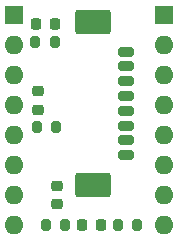
<source format=gbr>
%TF.GenerationSoftware,KiCad,Pcbnew,7.0.8*%
%TF.CreationDate,2023-12-24T03:51:33-08:00*%
%TF.ProjectId,STD Teknic Converter - R1,53544420-5465-46b6-9e69-6320436f6e76,rev?*%
%TF.SameCoordinates,Original*%
%TF.FileFunction,Soldermask,Top*%
%TF.FilePolarity,Negative*%
%FSLAX46Y46*%
G04 Gerber Fmt 4.6, Leading zero omitted, Abs format (unit mm)*
G04 Created by KiCad (PCBNEW 7.0.8) date 2023-12-24 03:51:33*
%MOMM*%
%LPD*%
G01*
G04 APERTURE LIST*
G04 Aperture macros list*
%AMRoundRect*
0 Rectangle with rounded corners*
0 $1 Rounding radius*
0 $2 $3 $4 $5 $6 $7 $8 $9 X,Y pos of 4 corners*
0 Add a 4 corners polygon primitive as box body*
4,1,4,$2,$3,$4,$5,$6,$7,$8,$9,$2,$3,0*
0 Add four circle primitives for the rounded corners*
1,1,$1+$1,$2,$3*
1,1,$1+$1,$4,$5*
1,1,$1+$1,$6,$7*
1,1,$1+$1,$8,$9*
0 Add four rect primitives between the rounded corners*
20,1,$1+$1,$2,$3,$4,$5,0*
20,1,$1+$1,$4,$5,$6,$7,0*
20,1,$1+$1,$6,$7,$8,$9,0*
20,1,$1+$1,$8,$9,$2,$3,0*%
G04 Aperture macros list end*
%ADD10R,1.600000X1.600000*%
%ADD11O,1.600000X1.600000*%
%ADD12RoundRect,0.218750X0.218750X0.256250X-0.218750X0.256250X-0.218750X-0.256250X0.218750X-0.256250X0*%
%ADD13RoundRect,0.200000X0.200000X0.275000X-0.200000X0.275000X-0.200000X-0.275000X0.200000X-0.275000X0*%
%ADD14RoundRect,0.218750X0.256250X-0.218750X0.256250X0.218750X-0.256250X0.218750X-0.256250X-0.218750X0*%
%ADD15RoundRect,0.200000X-0.200000X-0.275000X0.200000X-0.275000X0.200000X0.275000X-0.200000X0.275000X0*%
%ADD16RoundRect,0.250001X-1.249999X0.799999X-1.249999X-0.799999X1.249999X-0.799999X1.249999X0.799999X0*%
%ADD17RoundRect,0.200000X-0.450000X0.200000X-0.450000X-0.200000X0.450000X-0.200000X0.450000X0.200000X0*%
G04 APERTURE END LIST*
D10*
%TO.C,A1*%
X31880000Y140465000D03*
D11*
X31880000Y137925000D03*
X31880000Y135385000D03*
X31880000Y132845000D03*
X31880000Y130305000D03*
X31880000Y127765000D03*
X31880000Y125225000D03*
X31880000Y122685000D03*
D10*
X44580000Y140465000D03*
D11*
X44580000Y137925000D03*
X44580000Y135385000D03*
X44580000Y132845000D03*
X44580000Y130305000D03*
X44580000Y127765000D03*
X44580000Y125225000D03*
X44580000Y122685000D03*
%TD*%
D12*
%TO.C,D1*%
X35357000Y139700000D03*
X33782000Y139700000D03*
%TD*%
D13*
%TO.C,R5*%
X42354000Y122682000D03*
X40704000Y122682000D03*
%TD*%
D14*
%TO.C,D2*%
X35560000Y124434500D03*
X35560000Y126009500D03*
%TD*%
D15*
%TO.C,R4*%
X34608000Y122682000D03*
X36258000Y122682000D03*
%TD*%
D13*
%TO.C,R6*%
X35496000Y130937000D03*
X33846000Y130937000D03*
%TD*%
D15*
%TO.C,R3*%
X33719000Y138176000D03*
X35369000Y138176000D03*
%TD*%
D16*
%TO.C,J1*%
X38632000Y126044000D03*
X38632000Y139894000D03*
D17*
X41382000Y128594000D03*
X41382000Y129844000D03*
X41382000Y131094000D03*
X41382000Y132344000D03*
X41382000Y133594000D03*
X41382000Y134844000D03*
X41382000Y136094000D03*
X41382000Y137344000D03*
%TD*%
D12*
%TO.C,D3*%
X39268500Y122682000D03*
X37693500Y122682000D03*
%TD*%
D14*
%TO.C,D4*%
X33909000Y132435500D03*
X33909000Y134010500D03*
%TD*%
M02*

</source>
